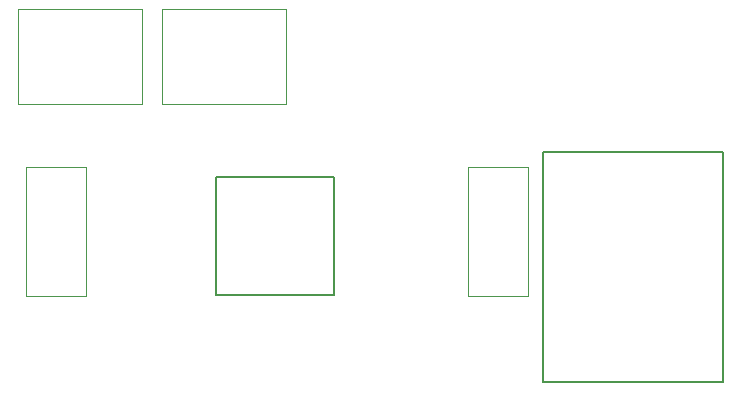
<source format=gbr>
%TF.GenerationSoftware,Altium Limited,Altium Designer,21.0.9 (235)*%
G04 Layer_Color=32768*
%FSLAX45Y45*%
%MOMM*%
%TF.SameCoordinates,ED2B7B90-DC9C-465B-8049-FED9E851BE10*%
%TF.FilePolarity,Positive*%
%TF.FileFunction,Other,Mechanical_15*%
%TF.Part,Single*%
G01*
G75*
%TA.AperFunction,NonConductor*%
%ADD47C,0.20000*%
%ADD48C,0.12700*%
%ADD54C,0.05000*%
D47*
X6291900Y469981D02*
Y2419980D01*
X4767900Y469981D02*
X6291900D01*
X4767900D02*
Y2419980D01*
X6291900D01*
D48*
X2004197Y1206282D02*
X3004200D01*
Y2206280D01*
X2004197D02*
X3004200D01*
X2004197Y1206282D02*
Y2206280D01*
D54*
X1544107Y2830683D02*
Y3630681D01*
Y2830683D02*
X2594107D01*
Y3630681D01*
X1544107D02*
X2594107D01*
X4131701Y1200384D02*
Y2290384D01*
Y1200384D02*
X4641301D01*
Y2290384D01*
X4131701D02*
X4641301D01*
X392206Y1200384D02*
Y2290379D01*
Y1200384D02*
X901807D01*
Y2290379D01*
X392206D02*
X901807D01*
X1374201Y2830683D02*
Y3630681D01*
X324206D02*
X1374201D01*
X324206Y2830683D02*
Y3630681D01*
Y2830683D02*
X1374201D01*
%TF.MD5,3d3c3bca296d41217c23bd8e380f14aa*%
M02*

</source>
